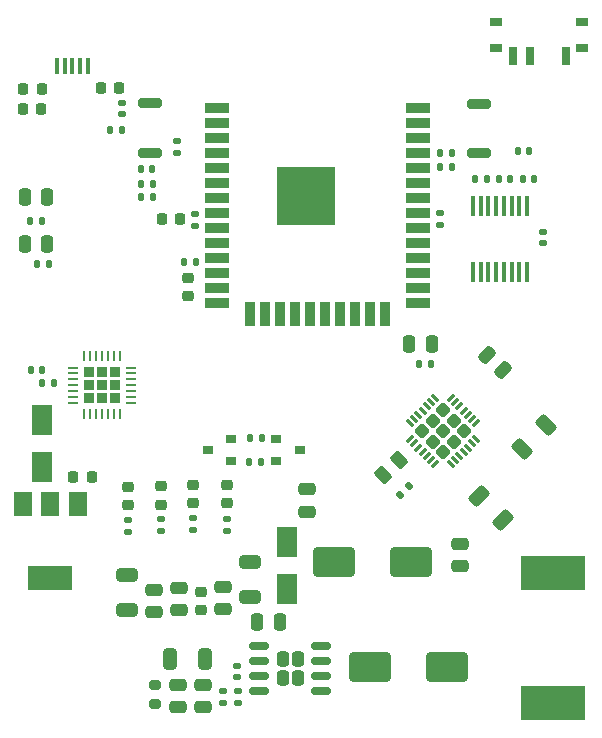
<source format=gbr>
%TF.GenerationSoftware,KiCad,Pcbnew,(6.0.7)*%
%TF.CreationDate,2022-10-26T22:39:22-05:00*%
%TF.ProjectId,SmartSpin2k,536d6172-7453-4706-996e-326b2e6b6963,2.35*%
%TF.SameCoordinates,Original*%
%TF.FileFunction,Paste,Top*%
%TF.FilePolarity,Positive*%
%FSLAX46Y46*%
G04 Gerber Fmt 4.6, Leading zero omitted, Abs format (unit mm)*
G04 Created by KiCad (PCBNEW (6.0.7)) date 2022-10-26 22:39:22*
%MOMM*%
%LPD*%
G01*
G04 APERTURE LIST*
G04 Aperture macros list*
%AMRoundRect*
0 Rectangle with rounded corners*
0 $1 Rounding radius*
0 $2 $3 $4 $5 $6 $7 $8 $9 X,Y pos of 4 corners*
0 Add a 4 corners polygon primitive as box body*
4,1,4,$2,$3,$4,$5,$6,$7,$8,$9,$2,$3,0*
0 Add four circle primitives for the rounded corners*
1,1,$1+$1,$2,$3*
1,1,$1+$1,$4,$5*
1,1,$1+$1,$6,$7*
1,1,$1+$1,$8,$9*
0 Add four rect primitives between the rounded corners*
20,1,$1+$1,$2,$3,$4,$5,0*
20,1,$1+$1,$4,$5,$6,$7,0*
20,1,$1+$1,$6,$7,$8,$9,0*
20,1,$1+$1,$8,$9,$2,$3,0*%
G04 Aperture macros list end*
%ADD10R,1.000000X0.800000*%
%ADD11R,0.700000X1.500000*%
%ADD12R,0.355600X1.676400*%
%ADD13RoundRect,0.250000X-0.512652X-0.159099X-0.159099X-0.512652X0.512652X0.159099X0.159099X0.512652X0*%
%ADD14RoundRect,0.135000X0.185000X-0.135000X0.185000X0.135000X-0.185000X0.135000X-0.185000X-0.135000X0*%
%ADD15RoundRect,0.250000X-1.500000X-1.000000X1.500000X-1.000000X1.500000X1.000000X-1.500000X1.000000X0*%
%ADD16RoundRect,0.218750X-0.256250X0.218750X-0.256250X-0.218750X0.256250X-0.218750X0.256250X0.218750X0*%
%ADD17RoundRect,0.225000X0.225000X0.250000X-0.225000X0.250000X-0.225000X-0.250000X0.225000X-0.250000X0*%
%ADD18R,1.500000X2.000000*%
%ADD19R,3.800000X2.000000*%
%ADD20RoundRect,0.250000X0.475000X-0.250000X0.475000X0.250000X-0.475000X0.250000X-0.475000X-0.250000X0*%
%ADD21RoundRect,0.250000X-0.255000X-0.395000X0.255000X-0.395000X0.255000X0.395000X-0.255000X0.395000X0*%
%ADD22RoundRect,0.150000X-0.662500X-0.150000X0.662500X-0.150000X0.662500X0.150000X-0.662500X0.150000X0*%
%ADD23RoundRect,0.200000X-0.800000X0.200000X-0.800000X-0.200000X0.800000X-0.200000X0.800000X0.200000X0*%
%ADD24RoundRect,0.218750X0.218750X0.256250X-0.218750X0.256250X-0.218750X-0.256250X0.218750X-0.256250X0*%
%ADD25RoundRect,0.140000X0.170000X-0.140000X0.170000X0.140000X-0.170000X0.140000X-0.170000X-0.140000X0*%
%ADD26RoundRect,0.218750X-0.218750X-0.256250X0.218750X-0.256250X0.218750X0.256250X-0.218750X0.256250X0*%
%ADD27R,0.900000X0.800000*%
%ADD28RoundRect,0.250000X0.650000X-0.325000X0.650000X0.325000X-0.650000X0.325000X-0.650000X-0.325000X0*%
%ADD29RoundRect,0.135000X-0.135000X-0.185000X0.135000X-0.185000X0.135000X0.185000X-0.135000X0.185000X0*%
%ADD30RoundRect,0.140000X-0.140000X-0.170000X0.140000X-0.170000X0.140000X0.170000X-0.140000X0.170000X0*%
%ADD31RoundRect,0.250000X-0.132583X0.503814X-0.503814X0.132583X0.132583X-0.503814X0.503814X-0.132583X0*%
%ADD32RoundRect,0.250000X0.000000X0.360624X-0.360624X0.000000X0.000000X-0.360624X0.360624X0.000000X0*%
%ADD33RoundRect,0.062500X0.185616X0.274004X-0.274004X-0.185616X-0.185616X-0.274004X0.274004X0.185616X0*%
%ADD34RoundRect,0.062500X-0.185616X0.274004X-0.274004X0.185616X0.185616X-0.274004X0.274004X-0.185616X0*%
%ADD35RoundRect,0.250000X-0.250000X-0.475000X0.250000X-0.475000X0.250000X0.475000X-0.250000X0.475000X0*%
%ADD36RoundRect,0.140000X-0.170000X0.140000X-0.170000X-0.140000X0.170000X-0.140000X0.170000X0.140000X0*%
%ADD37RoundRect,0.218750X0.256250X-0.218750X0.256250X0.218750X-0.256250X0.218750X-0.256250X-0.218750X0*%
%ADD38RoundRect,0.135000X0.035355X-0.226274X0.226274X-0.035355X-0.035355X0.226274X-0.226274X0.035355X0*%
%ADD39R,0.400000X1.350000*%
%ADD40RoundRect,0.200000X0.275000X-0.200000X0.275000X0.200000X-0.275000X0.200000X-0.275000X-0.200000X0*%
%ADD41RoundRect,0.250000X0.250000X0.475000X-0.250000X0.475000X-0.250000X-0.475000X0.250000X-0.475000X0*%
%ADD42RoundRect,0.135000X0.135000X0.185000X-0.135000X0.185000X-0.135000X-0.185000X0.135000X-0.185000X0*%
%ADD43RoundRect,0.135000X-0.185000X0.135000X-0.185000X-0.135000X0.185000X-0.135000X0.185000X0.135000X0*%
%ADD44R,5.000000X5.000000*%
%ADD45R,2.000000X0.900000*%
%ADD46R,0.900000X2.000000*%
%ADD47RoundRect,0.140000X0.140000X0.170000X-0.140000X0.170000X-0.140000X-0.170000X0.140000X-0.170000X0*%
%ADD48R,1.800000X2.500000*%
%ADD49RoundRect,0.225000X0.250000X-0.225000X0.250000X0.225000X-0.250000X0.225000X-0.250000X-0.225000X0*%
%ADD50RoundRect,0.250000X0.325000X0.650000X-0.325000X0.650000X-0.325000X-0.650000X0.325000X-0.650000X0*%
%ADD51RoundRect,0.250000X0.662913X0.220971X0.220971X0.662913X-0.662913X-0.220971X-0.220971X-0.662913X0*%
%ADD52RoundRect,0.225000X-0.250000X0.225000X-0.250000X-0.225000X0.250000X-0.225000X0.250000X0.225000X0*%
%ADD53RoundRect,0.225000X-0.225000X0.225000X-0.225000X-0.225000X0.225000X-0.225000X0.225000X0.225000X0*%
%ADD54RoundRect,0.062500X-0.062500X0.337500X-0.062500X-0.337500X0.062500X-0.337500X0.062500X0.337500X0*%
%ADD55RoundRect,0.062500X-0.337500X0.062500X-0.337500X-0.062500X0.337500X-0.062500X0.337500X0.062500X0*%
%ADD56RoundRect,0.200000X0.800000X-0.200000X0.800000X0.200000X-0.800000X0.200000X-0.800000X-0.200000X0*%
%ADD57R,5.400000X2.900000*%
%ADD58RoundRect,0.250000X-0.220971X0.662913X-0.662913X0.220971X0.220971X-0.662913X0.662913X-0.220971X0*%
G04 APERTURE END LIST*
D10*
%TO.C,S1*%
X43559000Y57291000D03*
X50859000Y59501000D03*
X43559000Y59501000D03*
X50859000Y57291000D03*
D11*
X49459000Y56641000D03*
X46459000Y56641000D03*
X44959000Y56641000D03*
%TD*%
D12*
%TO.C,U3*%
X46172499Y43963700D03*
X45522501Y43963700D03*
X44872499Y43963700D03*
X44222501Y43963700D03*
X43572502Y43963700D03*
X42922501Y43963700D03*
X42272502Y43963700D03*
X41622501Y43963700D03*
X41622501Y38324900D03*
X42272499Y38324900D03*
X42922501Y38324900D03*
X43572499Y38324900D03*
X44222498Y38324900D03*
X44872499Y38324900D03*
X45522498Y38324900D03*
X46172499Y38324900D03*
%TD*%
D13*
%TO.C,C6*%
X42778049Y31379351D03*
X44121551Y30035849D03*
%TD*%
D14*
%TO.C,R6*%
X38820000Y42310000D03*
X38820000Y43330000D03*
%TD*%
D15*
%TO.C,C7*%
X29842500Y13840000D03*
X36342500Y13840000D03*
%TD*%
D16*
%TO.C,D3*%
X12411000Y20192100D03*
X12411000Y18617100D03*
%TD*%
D14*
%TO.C,R19*%
X21725000Y1911300D03*
X21725000Y2931300D03*
%TD*%
D17*
%TO.C,C32*%
X9325000Y21020000D03*
X7775000Y21020000D03*
%TD*%
D18*
%TO.C,U6*%
X8130000Y18760000D03*
D19*
X5830000Y12460000D03*
D18*
X5830000Y18760000D03*
X3530000Y18760000D03*
%TD*%
D20*
%TO.C,C1*%
X20430000Y9810000D03*
X20430000Y11710000D03*
%TD*%
D21*
%TO.C,U4*%
X26767000Y5621900D03*
X26767000Y4021900D03*
X25507000Y5621900D03*
X25507000Y4021900D03*
D22*
X23499500Y6726900D03*
X23499500Y5456900D03*
X23499500Y4186900D03*
X23499500Y2916900D03*
X28774500Y2916900D03*
X28774500Y4186900D03*
X28774500Y5456900D03*
X28774500Y6726900D03*
%TD*%
D23*
%TO.C,SW2*%
X14266000Y52667800D03*
X14266000Y48467800D03*
%TD*%
D24*
%TO.C,D5*%
X5070500Y52170600D03*
X3495500Y52170600D03*
%TD*%
D25*
%TO.C,C2*%
X16576600Y48464800D03*
X16576600Y49424800D03*
%TD*%
D26*
%TO.C,D4*%
X10074100Y53948600D03*
X11649100Y53948600D03*
%TD*%
D27*
%TO.C,Q2*%
X21149200Y22365800D03*
X21149200Y24265800D03*
X19149200Y23315800D03*
%TD*%
D28*
%TO.C,C18*%
X22750000Y10885000D03*
X22750000Y13835000D03*
%TD*%
%TO.C,C3*%
X12330000Y9745000D03*
X12330000Y12695000D03*
%TD*%
D29*
%TO.C,R3*%
X10890000Y50420000D03*
X11910000Y50420000D03*
%TD*%
D30*
%TO.C,C20*%
X43820000Y46268300D03*
X44780000Y46268300D03*
%TD*%
D29*
%TO.C,R4*%
X38830000Y48470000D03*
X39850000Y48470000D03*
%TD*%
D31*
%TO.C,R17*%
X35306635Y22462835D03*
X34016165Y21172365D03*
%TD*%
D32*
%TO.C,U2*%
X39964883Y25774883D03*
X39081000Y26658767D03*
X38197117Y24007117D03*
X40848767Y24891000D03*
X39081000Y23123233D03*
X39081000Y24891000D03*
X39964883Y24007117D03*
X38197117Y25774883D03*
X37313233Y24891000D03*
D33*
X41882911Y25571590D03*
X41529357Y25925144D03*
X41175804Y26278697D03*
X40822250Y26632250D03*
X40468697Y26985804D03*
X40115144Y27339357D03*
X39761590Y27692911D03*
D34*
X38400410Y27692911D03*
X38046856Y27339357D03*
X37693303Y26985804D03*
X37339750Y26632250D03*
X36986196Y26278697D03*
X36632643Y25925144D03*
X36279089Y25571590D03*
D33*
X36279089Y24210410D03*
X36632643Y23856856D03*
X36986196Y23503303D03*
X37339750Y23149750D03*
X37693303Y22796196D03*
X38046856Y22442643D03*
X38400410Y22089089D03*
D34*
X39761590Y22089089D03*
X40115144Y22442643D03*
X40468697Y22796196D03*
X40822250Y23149750D03*
X41175804Y23503303D03*
X41529357Y23856856D03*
X41882911Y24210410D03*
%TD*%
D35*
%TO.C,C28*%
X23350000Y8710000D03*
X25250000Y8710000D03*
%TD*%
D15*
%TO.C,C19*%
X32877500Y4945000D03*
X39377500Y4945000D03*
%TD*%
D24*
%TO.C,D6*%
X5095900Y53897800D03*
X3520900Y53897800D03*
%TD*%
D20*
%TO.C,C14*%
X27549400Y18073600D03*
X27549400Y19973600D03*
%TD*%
D30*
%TO.C,C17*%
X45840000Y46268300D03*
X46800000Y46268300D03*
%TD*%
D29*
%TO.C,R1*%
X13500000Y44706000D03*
X14520000Y44706000D03*
%TD*%
D20*
%TO.C,C12*%
X40503400Y13476200D03*
X40503400Y15376200D03*
%TD*%
D30*
%TO.C,C23*%
X4150000Y30030000D03*
X5110000Y30030000D03*
%TD*%
D36*
%TO.C,C21*%
X47507500Y41794300D03*
X47507500Y40834300D03*
%TD*%
D37*
%TO.C,D1*%
X17872000Y18769500D03*
X17872000Y20344500D03*
%TD*%
D38*
%TO.C,R14*%
X35443776Y19526576D03*
X36165024Y20247824D03*
%TD*%
D39*
%TO.C,J4*%
X8986600Y55790000D03*
X8336600Y55790000D03*
X7686600Y55790000D03*
X7036600Y55790000D03*
X6386600Y55790000D03*
%TD*%
D14*
%TO.C,R9*%
X17872000Y16507000D03*
X17872000Y17527000D03*
%TD*%
D29*
%TO.C,R23*%
X5130000Y28940000D03*
X6150000Y28940000D03*
%TD*%
D40*
%TO.C,R20*%
X14710000Y1785000D03*
X14710000Y3435000D03*
%TD*%
D41*
%TO.C,C8*%
X38100600Y32257000D03*
X36200600Y32257000D03*
%TD*%
D20*
%TO.C,C5*%
X16696200Y9733800D03*
X16696200Y11633800D03*
%TD*%
D14*
%TO.C,R22*%
X20440000Y1870000D03*
X20440000Y2890000D03*
%TD*%
D42*
%TO.C,R21*%
X5730000Y39060000D03*
X4710000Y39060000D03*
%TD*%
D43*
%TO.C,R12*%
X15205000Y17425400D03*
X15205000Y16405400D03*
%TD*%
D25*
%TO.C,C15*%
X11918700Y51720400D03*
X11918700Y52680400D03*
%TD*%
%TO.C,C29*%
X21670000Y4090000D03*
X21670000Y5050000D03*
%TD*%
D44*
%TO.C,U1*%
X27448000Y44784000D03*
D45*
X36948000Y52284000D03*
X36948000Y51014000D03*
X36948000Y49744000D03*
X36948000Y48474000D03*
X36948000Y47204000D03*
X36948000Y45934000D03*
X36948000Y44664000D03*
X36948000Y43394000D03*
X36948000Y42124000D03*
X36948000Y40854000D03*
X36948000Y39584000D03*
X36948000Y38314000D03*
X36948000Y37044000D03*
X36948000Y35774000D03*
D46*
X34163000Y34774000D03*
X32893000Y34774000D03*
X31623000Y34774000D03*
X30353000Y34774000D03*
X29083000Y34774000D03*
X27813000Y34774000D03*
X26543000Y34774000D03*
X25273000Y34774000D03*
X24003000Y34774000D03*
X22733000Y34774000D03*
D45*
X19948000Y35774000D03*
X19948000Y37044000D03*
X19948000Y38314000D03*
X19948000Y39584000D03*
X19948000Y40854000D03*
X19948000Y42124000D03*
X19948000Y43394000D03*
X19948000Y44664000D03*
X19948000Y45934000D03*
X19948000Y47204000D03*
X19948000Y48474000D03*
X19948000Y49744000D03*
X19948000Y51014000D03*
X19948000Y52284000D03*
%TD*%
D14*
%TO.C,R13*%
X12411000Y16380000D03*
X12411000Y17400000D03*
%TD*%
D47*
%TO.C,C27*%
X5080000Y42710000D03*
X4120000Y42710000D03*
%TD*%
D48*
%TO.C,D7*%
X5146600Y21824200D03*
X5146600Y25824200D03*
%TD*%
D16*
%TO.C,D2*%
X15205000Y20217500D03*
X15205000Y18642500D03*
%TD*%
D48*
%TO.C,D8*%
X25830000Y11540000D03*
X25830000Y15540000D03*
%TD*%
D47*
%TO.C,C22*%
X42761000Y46204300D03*
X41801000Y46204300D03*
%TD*%
D29*
%TO.C,R5*%
X38830000Y47270000D03*
X39850000Y47270000D03*
%TD*%
D27*
%TO.C,Q1*%
X24949200Y24240800D03*
X24949200Y22340800D03*
X26949200Y23290800D03*
%TD*%
D49*
%TO.C,C9*%
X18601200Y9731000D03*
X18601200Y11281000D03*
%TD*%
D16*
%TO.C,D9*%
X20793000Y20344500D03*
X20793000Y18769500D03*
%TD*%
D17*
%TO.C,C11*%
X16792800Y42848800D03*
X15242800Y42848800D03*
%TD*%
D20*
%TO.C,C4*%
X14613400Y9581400D03*
X14613400Y11481400D03*
%TD*%
D42*
%TO.C,R18*%
X38060400Y30600000D03*
X37040400Y30600000D03*
%TD*%
D30*
%TO.C,C16*%
X13505800Y47065200D03*
X14465800Y47065200D03*
%TD*%
D42*
%TO.C,R11*%
X18128000Y39216600D03*
X17108000Y39216600D03*
%TD*%
D50*
%TO.C,C30*%
X18935000Y5610000D03*
X15985000Y5610000D03*
%TD*%
D20*
%TO.C,C31*%
X18760000Y1520000D03*
X18760000Y3420000D03*
%TD*%
D51*
%TO.C,R16*%
X44179144Y17329056D03*
X42110856Y19397344D03*
%TD*%
D41*
%TO.C,C25*%
X5550000Y44710000D03*
X3650000Y44710000D03*
%TD*%
D52*
%TO.C,C10*%
X17491000Y37858000D03*
X17491000Y36308000D03*
%TD*%
D53*
%TO.C,U5*%
X9081200Y29897200D03*
X11321200Y27657200D03*
X9081200Y28777200D03*
X10201200Y27657200D03*
X10201200Y28777200D03*
X11321200Y28777200D03*
X9081200Y27657200D03*
X10201200Y29897200D03*
X11321200Y29897200D03*
D54*
X11701200Y31227200D03*
X11201200Y31227200D03*
X10701200Y31227200D03*
X10201200Y31227200D03*
X9701200Y31227200D03*
X9201200Y31227200D03*
X8701200Y31227200D03*
D55*
X7751200Y30277200D03*
X7751200Y29777200D03*
X7751200Y29277200D03*
X7751200Y28777200D03*
X7751200Y28277200D03*
X7751200Y27777200D03*
X7751200Y27277200D03*
D54*
X8701200Y26327200D03*
X9201200Y26327200D03*
X9701200Y26327200D03*
X10201200Y26327200D03*
X10701200Y26327200D03*
X11201200Y26327200D03*
X11701200Y26327200D03*
D55*
X12651200Y27277200D03*
X12651200Y27777200D03*
X12651200Y28277200D03*
X12651200Y28777200D03*
X12651200Y29277200D03*
X12651200Y29777200D03*
X12651200Y30277200D03*
%TD*%
D43*
%TO.C,R10*%
X18100600Y43308000D03*
X18100600Y42288000D03*
%TD*%
D20*
%TO.C,C26*%
X16600000Y1540000D03*
X16600000Y3440000D03*
%TD*%
D42*
%TO.C,R2*%
X14509600Y45847200D03*
X13489600Y45847200D03*
%TD*%
%TO.C,R8*%
X23739200Y24340800D03*
X22719200Y24340800D03*
%TD*%
%TO.C,R7*%
X23659200Y22275800D03*
X22639200Y22275800D03*
%TD*%
D43*
%TO.C,R24*%
X20793000Y17417000D03*
X20793000Y16397000D03*
%TD*%
D56*
%TO.C,SW1*%
X42110000Y48420000D03*
X42110000Y52620000D03*
%TD*%
D57*
%TO.C,L1*%
X48399500Y1850000D03*
X48399500Y12850000D03*
%TD*%
D35*
%TO.C,C24*%
X3650000Y40710000D03*
X5550000Y40710000D03*
%TD*%
D58*
%TO.C,R15*%
X47811344Y25442544D03*
X45743056Y23374256D03*
%TD*%
D47*
%TO.C,C13*%
X46380000Y48630000D03*
X45420000Y48630000D03*
%TD*%
M02*

</source>
